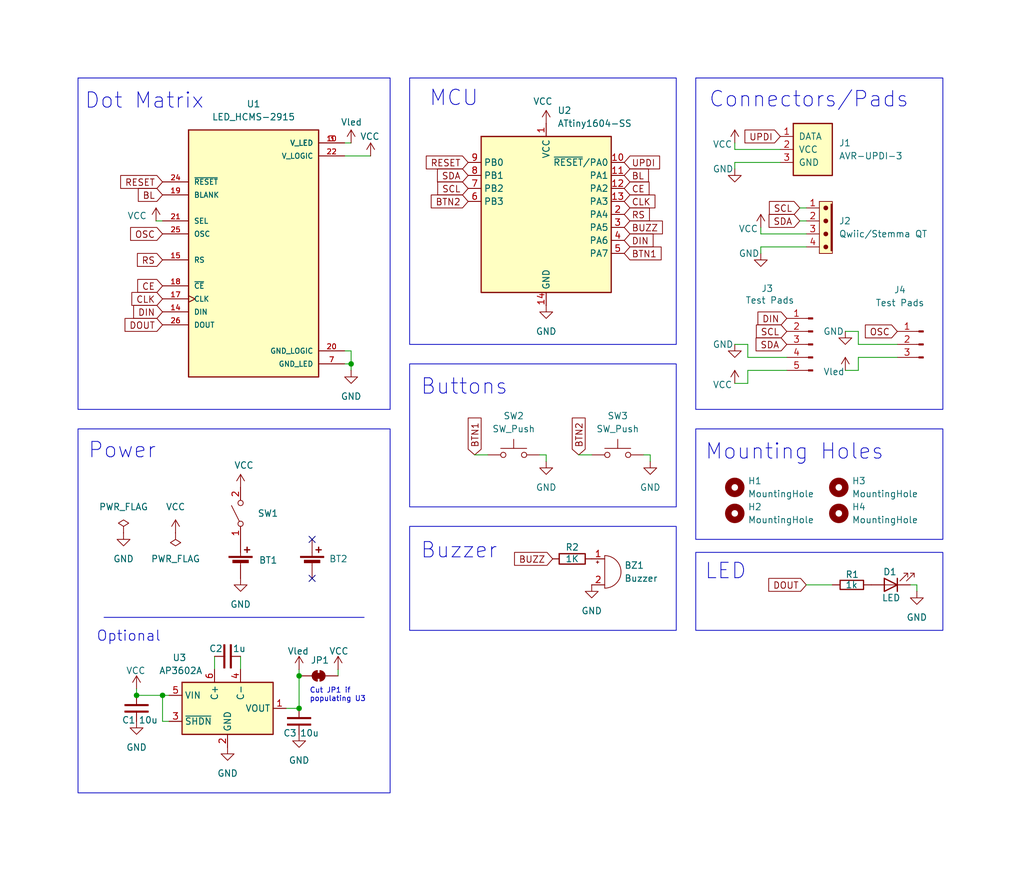
<source format=kicad_sch>
(kicad_sch (version 20231120) (generator "eeschema") (generator_version "8.0")
  (paper "User" 200 170)
  (title_block (title "Dot Matrix Badge"))
  (lib_symbols
    (symbol "Connector:Conn_01x03_Pin" (pin_names (offset 1.016) hide)
      (property "Reference" "J" (at 0 5.08 0))
      (property "Value" "Conn_01x03_Pin" (at 0 -5.08 0))
      (symbol "Conn_01x03_Pin_1_1"
        (polyline (pts (xy 1.27 -2.54) (xy 0.8636 -2.54)) (stroke (width 0.1524)))
        (polyline (pts (xy 1.27 0) (xy 0.8636 0)) (stroke (width 0.1524)))
        (polyline (pts (xy 1.27 2.54) (xy 0.8636 2.54)) (stroke (width 0.1524)))
        (rectangle (start 0.8636 -2.413) (end 0 -2.667) (stroke (width 0.1524)) (fill (type outline)))
        (rectangle (start 0.8636 0.127) (end 0 -0.127) (stroke (width 0.1524)) (fill (type outline)))
        (rectangle (start 0.8636 2.667) (end 0 2.413) (stroke (width 0.1524)) (fill (type outline)))
        (pin passive line (at 5.08 2.54 180) (length 3.81) (name "Pin_1") (number "1"))
        (pin passive line (at 5.08 0 180) (length 3.81) (name "Pin_2") (number "2"))
        (pin passive line (at 5.08 -2.54 180) (length 3.81) (name "Pin_3") (number "3"))
      )
    )
    (symbol "Connector:Conn_01x05_Pin" (pin_names (offset 1.016) hide)
      (property "Reference" "J" (at 0 7.62 0))
      (property "Value" "Conn_01x05_Pin" (at 0 -7.62 0))
      (symbol "Conn_01x05_Pin_1_1"
        (polyline (pts (xy 1.27 -5.08) (xy 0.8636 -5.08)) (stroke (width 0.1524)))
        (polyline (pts (xy 1.27 -2.54) (xy 0.8636 -2.54)) (stroke (width 0.1524)))
        (polyline (pts (xy 1.27 0) (xy 0.8636 0)) (stroke (width 0.1524)))
        (polyline (pts (xy 1.27 2.54) (xy 0.8636 2.54)) (stroke (width 0.1524)))
        (polyline (pts (xy 1.27 5.08) (xy 0.8636 5.08)) (stroke (width 0.1524)))
        (rectangle (start 0.8636 -4.953) (end 0 -5.207) (stroke (width 0.1524)) (fill (type outline)))
        (rectangle (start 0.8636 -2.413) (end 0 -2.667) (stroke (width 0.1524)) (fill (type outline)))
        (rectangle (start 0.8636 0.127) (end 0 -0.127) (stroke (width 0.1524)) (fill (type outline)))
        (rectangle (start 0.8636 2.667) (end 0 2.413) (stroke (width 0.1524)) (fill (type outline)))
        (rectangle (start 0.8636 5.207) (end 0 4.953) (stroke (width 0.1524)) (fill (type outline)))
        (pin passive line (at 5.08 5.08 180) (length 3.81) (name "Pin_1") (number "1"))
        (pin passive line (at 5.08 2.54 180) (length 3.81) (name "Pin_2") (number "2"))
        (pin passive line (at 5.08 0 180) (length 3.81) (name "Pin_3") (number "3"))
        (pin passive line (at 5.08 -2.54 180) (length 3.81) (name "Pin_4") (number "4"))
        (pin passive line (at 5.08 -5.08 180) (length 3.81) (name "Pin_5") (number "5"))
      )
    )
    (symbol "Device:Battery_Cell" (pin_numbers hide) (pin_names (offset 0) hide)
      (property "Reference" "BT" (at 2.54 2.54 0))
      (property "Value" "Battery_Cell" (at 2.54 0 0))
      (symbol "Battery_Cell_0_1"
        (rectangle (start -2.286 1.778) (end 2.286 1.524) (fill (type outline)))
        (rectangle (start -1.524 1.016) (end 1.524 0.508) (fill (type outline)))
        (polyline (pts (xy 0 0.762) (xy 0 0)))
        (polyline (pts (xy 0 1.778) (xy 0 2.54)))
        (polyline (pts (xy 0.762 3.048) (xy 1.778 3.048)) (stroke (width 0.254)))
        (polyline (pts (xy 1.27 3.556) (xy 1.27 2.54)) (stroke (width 0.254)))
      )
      (symbol "Battery_Cell_1_1"
        (pin passive line (at 0 5.08 270) (length 2.54) (name "+") (number "1"))
        (pin passive line (at 0 -2.54 90) (length 2.54) (name "-") (number "2"))
      )
    )
    (symbol "Device:Buzzer" (pin_names (offset 0.0254) hide)
      (property "Reference" "BZ" (at 3.81 1.27 0))
      (property "Value" "Buzzer" (at 3.81 -1.27 0))
      (symbol "Buzzer_0_1"
        (arc (start 0 -3.175) (mid 3.1612 0) (end 0 3.175))
        (polyline (pts (xy -1.651 1.905) (xy -1.143 1.905)))
        (polyline (pts (xy -1.397 2.159) (xy -1.397 1.651)))
        (polyline (pts (xy 0 3.175) (xy 0 -3.175)))
      )
      (symbol "Buzzer_1_1"
        (pin passive line (at -2.54 2.54 0) (length 2.54) (name "+") (number "1"))
        (pin passive line (at -2.54 -2.54 0) (length 2.54) (name "-") (number "2"))
      )
    )
    (symbol "Device:LED" (pin_numbers hide) (pin_names (offset 1.016) hide)
      (property "Reference" "D" (at 0 2.54 0))
      (property "Value" "LED" (at 0 -2.54 0))
      (symbol "LED_0_1"
        (polyline (pts (xy -1.27 -1.27) (xy -1.27 1.27)) (stroke (width 0.254)))
        (polyline (pts (xy -1.27 0) (xy 1.27 0)))
        (polyline (pts (xy 1.27 -1.27) (xy 1.27 1.27) (xy -1.27 0) (xy 1.27 -1.27)) (stroke (width 0.254)))
        (polyline (pts (xy -3.048 -0.762) (xy -4.572 -2.286) (xy -3.81 -2.286) (xy -4.572 -2.286) (xy -4.572 -1.524)))
        (polyline (pts (xy -1.778 -0.762) (xy -3.302 -2.286) (xy -2.54 -2.286) (xy -3.302 -2.286) (xy -3.302 -1.524)))
      )
      (symbol "LED_1_1"
        (pin passive line (at -3.81 0 0) (length 2.54) (name "K") (number "1"))
        (pin passive line (at 3.81 0 180) (length 2.54) (name "A") (number "2"))
      )
    )
    (symbol "Device:R" (pin_numbers hide) (pin_names (offset 0))
      (property "Reference" "R" (at 2.032 0 90))
      (property "Value" "R" (at 0 0 90))
      (symbol "R_0_1"
        (rectangle (start -1.016 -2.54) (end 1.016 2.54) (stroke (width 0.254)))
      )
      (symbol "R_1_1"
        (pin passive line (at 0 3.81 270) (length 1.27) (name "~") (number "1"))
        (pin passive line (at 0 -3.81 90) (length 1.27) (name "~") (number "2"))
      )
    )
    (symbol "Jumper:SolderJumper_2_Bridged" (pin_numbers hide) (pin_names (offset 0) hide) (exclude_from_sim yes) (in_bom no)
      (property "Reference" "JP" (at 0 2.032 0))
      (property "Value" "SolderJumper_2_Bridged" (at 0 -2.54 0))
      (symbol "SolderJumper_2_Bridged_0_1"
        (rectangle (start -0.508 0.508) (end 0.508 -0.508) (fill (type outline)))
        (arc (start -0.254 1.016) (mid -1.2656 0) (end -0.254 -1.016))
        (arc (start -0.254 1.016) (mid -1.2656 0) (end -0.254 -1.016) (fill (type outline)))
        (polyline (pts (xy -0.254 1.016) (xy -0.254 -1.016)))
        (polyline (pts (xy 0.254 1.016) (xy 0.254 -1.016)))
        (arc (start 0.254 -1.016) (mid 1.2656 0) (end 0.254 1.016))
        (arc (start 0.254 -1.016) (mid 1.2656 0) (end 0.254 1.016) (fill (type outline)))
      )
      (symbol "SolderJumper_2_Bridged_1_1"
        (pin passive line (at -3.81 0 0) (length 2.54) (name "A") (number "1"))
        (pin passive line (at 3.81 0 180) (length 2.54) (name "B") (number "2"))
      )
    )
    (symbol "MCU_Microchip_ATtiny:ATtiny1604-SS"
      (property "Reference" "U" (at -12.7 16.51 0))
      (property "Value" "ATtiny1604-SS" (at 2.54 -16.51 0))
      (symbol "ATtiny1604-SS_0_1"
        (rectangle (start -12.7 -15.24) (end 12.7 15.24) (stroke (width 0.254)) (fill (type background)))
      )
      (symbol "ATtiny1604-SS_1_1"
        (pin power_in line (at 0 17.78 270) (length 2.54) (name "VCC") (number "1"))
        (pin bidirectional line (at 15.24 10.16 180) (length 2.54) (name "~{RESET}/PA0") (number "10"))
        (pin bidirectional line (at 15.24 7.62 180) (length 2.54) (name "PA1") (number "11"))
        (pin bidirectional line (at 15.24 5.08 180) (length 2.54) (name "PA2") (number "12"))
        (pin bidirectional line (at 15.24 2.54 180) (length 2.54) (name "PA3") (number "13"))
        (pin power_in line (at 0 -17.78 90) (length 2.54) (name "GND") (number "14"))
        (pin bidirectional line (at 15.24 0 180) (length 2.54) (name "PA4") (number "2"))
        (pin bidirectional line (at 15.24 -2.54 180) (length 2.54) (name "PA5") (number "3"))
        (pin bidirectional line (at 15.24 -5.08 180) (length 2.54) (name "PA6") (number "4"))
        (pin bidirectional line (at 15.24 -7.62 180) (length 2.54) (name "PA7") (number "5"))
        (pin bidirectional line (at -15.24 2.54 0) (length 2.54) (name "PB3") (number "6"))
        (pin bidirectional line (at -15.24 5.08 0) (length 2.54) (name "PB2") (number "7"))
        (pin bidirectional line (at -15.24 7.62 0) (length 2.54) (name "PB1") (number "8"))
        (pin bidirectional line (at -15.24 10.16 0) (length 2.54) (name "PB0") (number "9"))
      )
    )
    (symbol "Mechanical:MountingHole" (pin_names (offset 1.016)) (exclude_from_sim yes) (in_bom no)
      (property "Reference" "H" (at 0 5.08 0))
      (property "Value" "MountingHole" (at 0 3.175 0))
      (symbol "MountingHole_0_1"
        (circle (center 0 0) (radius 1.27) (stroke (width 1.27)))
      )
    )
    (symbol "NONIK0:AP3602A"
      (property "Reference" "U" (at -7.62 6.35 0))
      (property "Value" "AP3602A" (at 4.318 6.604 0))
      (symbol "AP3602A_0_1"
        (rectangle (start -8.89 5.08) (end 8.89 -5.08) (stroke (width 0.254)) (fill (type background)))
      )
      (symbol "AP3602A_1_1"
        (pin power_out line (at 11.43 0 180) (length 2.54) (name "VOUT") (number "1"))
        (pin power_in line (at 0 -7.62 90) (length 2.54) (name "GND") (number "2"))
        (pin input line (at -11.43 -2.54 0) (length 2.54) (name "~{SHDN}") (number "3"))
        (pin passive line (at 2.54 7.62 270) (length 2.54) (name "C-") (number "4"))
        (pin power_in line (at -11.43 2.54 0) (length 2.54) (name "VIN") (number "5"))
        (pin passive line (at -2.54 7.62 270) (length 2.54) (name "C+") (number "6"))
      )
    )
    (symbol "NONIK0:AVR-UPDI-3" (pin_names (offset 1.016))
      (property "Reference" "J" (at 4.572 -3.302 0))
      (property "Value" "AVR-UPDI-3" (at -6.35 6.35 0))
      (symbol "AVR-UPDI-3_0_1"
        (rectangle (start -3.81 5.08) (end 3.81 -5.08) (stroke (width 0.254)) (fill (type background)))
      )
      (symbol "AVR-UPDI-3_1_1"
        (pin passive line (at -6.35 2.54 0) (length 2.54) (name "DATA") (number "1"))
        (pin passive line (at -6.35 0 0) (length 2.54) (name "VCC") (number "2"))
        (pin passive line (at -6.35 -2.54 0) (length 2.54) (name "GND") (number "3"))
      )
    )
    (symbol "NONIK0:Battery_Cell_Spare" (pin_numbers hide) (pin_names (offset 0) hide)
      (property "Reference" "BT2" (at 3.302 1.27 0))
      (symbol "Battery_Cell_Spare_0_1"
        (rectangle (start -2.286 1.778) (end 2.286 1.524) (fill (type outline)))
        (rectangle (start -1.524 1.016) (end 1.524 0.508) (fill (type outline)))
        (polyline (pts (xy 0 0.762) (xy 0 0)))
        (polyline (pts (xy 0 1.778) (xy 0 2.54)))
        (polyline (pts (xy 0.762 3.048) (xy 1.778 3.048)) (stroke (width 0.254)))
        (polyline (pts (xy 1.27 3.556) (xy 1.27 2.54)) (stroke (width 0.254)))
      )
      (symbol "Battery_Cell_Spare_1_1"
        (pin passive line (at 0 5.08 270) (length 2.54) (name "+") (number "1"))
        (pin passive line (at 0 -2.54 90) (length 2.54) (name "-") (number "2"))
      )
    )
    (symbol "NONIK0:HCMS-291X" (pin_names (offset 1.016))
      (property "Reference" "D" (at -12.7 24.13 0))
      (property "Value" "HCMS-291X" (at -12.7 -26.67 0))
      (symbol "HCMS-291X_0_0"
        (rectangle (start -12.7 -25.4) (end 12.7 22.86) (stroke (width 0.254)) (fill (type background)))
        (pin power_in line (at 17.78 20.32 180) (length 5.08) (name "V_LED") (number "10"))
        (pin input line (at -17.78 -12.7 0) (length 5.08) (name "DIN") (number "14"))
        (pin input line (at -17.78 -2.54 0) (length 5.08) (name "RS") (number "15"))
        (pin input clock (at -17.78 -10.16 0) (length 5.08) (name "CLK") (number "17"))
        (pin input line (at -17.78 -7.62 0) (length 5.08) (name "~{CE}") (number "18"))
        (pin input line (at -17.78 10.16 0) (length 5.08) (name "BLANK") (number "19"))
        (pin power_in line (at 17.78 -20.32 180) (length 5.08) (name "GND_LOGIC") (number "20"))
        (pin input line (at -17.78 5.08 0) (length 5.08) (name "SEL") (number "21"))
        (pin power_in line (at 17.78 17.78 180) (length 5.08) (name "V_LOGIC") (number "22"))
        (pin input line (at -17.78 12.7 0) (length 5.08) (name "~{RESET}") (number "24"))
        (pin input line (at -17.78 2.54 0) (length 5.08) (name "OSC") (number "25"))
        (pin output line (at -17.78 -15.24 0) (length 5.08) (name "DOUT") (number "26"))
        (pin power_in line (at 17.78 20.32 180) (length 5.08) (name "V_LED") (number "3"))
        (pin power_in line (at 17.78 -22.86 180) (length 5.08) (name "GND_LED") (number "7"))
      )
    )
    (symbol "NONIK0:JST_04_Fixed"
      (property "Reference" "J2" (at 2.54 1.2701 0))
      (property "Value" "Qwiic/Stemma QT" (at 2.54 -1.2699 0))
      (symbol "JST_04_Fixed_0_1"
        (rectangle (start -1.27 5.08) (end 1.27 -5.08) (fill (type background)))
        (circle (center 0 -3.81) (radius 0.381) (fill (type outline)))
        (circle (center 0 -1.27) (radius 0.381) (fill (type outline)))
        (circle (center 0 1.27) (radius 0.381) (fill (type outline)))
        (circle (center 0 3.81) (radius 0.381) (fill (type outline)))
        (rectangle (start 1.016 4.572) (end 1.27 -4.572) (fill (type outline)))
      )
      (symbol "JST_04_Fixed_1_1"
        (pin passive line (at -3.81 3.81 0) (length 2.54) (name "") (number "1"))
        (pin passive line (at -3.81 1.27 0) (length 2.54) (name "") (number "2"))
        (pin passive line (at -3.81 -1.27 0) (length 2.54) (name "") (number "3"))
        (pin passive line (at -3.81 -3.81 0) (length 2.54) (name "") (number "4"))
      )
    )
    (symbol "PCM_SL_Devices:Capacitor_NP"
      (property "Reference" "C" (at 0 6.35 0))
      (property "Value" "Capacitor_NP" (at 0 3.81 0))
      (symbol "Capacitor_NP_0_1"
        (rectangle (start -0.762 2.286) (end -0.508 -2.286) (fill (type outline)))
        (rectangle (start 0.508 2.286) (end 0.762 -2.286) (fill (type outline)))
      )
      (symbol "Capacitor_NP_1_1"
        (pin passive line (at -2.54 0 0) (length 2) (name "~") (number "1"))
        (pin input line (at 2.54 0 180) (length 2) (name "~") (number "2"))
      )
    )
    (symbol "PCM_SL_Resistors:Resistor"
      (property "Reference" "R" (at 0 5.08 0))
      (property "Value" "Resistor" (at 0 2.54 0))
      (symbol "Resistor_0_1"
        (rectangle (start -2.286 0.889) (end 2.286 -0.889) (stroke (width 0.24)))
      )
      (symbol "Resistor_1_1"
        (pin passive line (at -3.81 0 0) (length 1.5) (name "") (number "1"))
        (pin passive line (at 3.81 0 180) (length 1.5) (name "~") (number "2"))
      )
    )
    (symbol "Switch:SW_Push" (pin_numbers hide) (pin_names (offset 1.016) hide)
      (property "Reference" "SW" (at 1.27 2.54 0))
      (property "Value" "SW_Push" (at 0 -1.524 0))
      (symbol "SW_Push_0_1"
        (circle (center -2.032 0) (radius 0.508))
        (polyline (pts (xy 0 1.27) (xy 0 3.048)))
        (polyline (pts (xy 2.54 1.27) (xy -2.54 1.27)))
        (circle (center 2.032 0) (radius 0.508))
        (pin passive line (at -5.08 0 0) (length 2.54) (name "1") (number "1"))
        (pin passive line (at 5.08 0 180) (length 2.54) (name "2") (number "2"))
      )
    )
    (symbol "Switch:SW_SPST" (pin_names (offset 0) hide)
      (property "Reference" "SW" (at 0 3.175 0))
      (property "Value" "SW_SPST" (at 0 -2.54 0))
      (symbol "SW_SPST_0_0"
        (circle (center -2.032 0) (radius 0.508))
        (polyline (pts (xy -1.524 0.254) (xy 1.524 1.778)))
        (circle (center 2.032 0) (radius 0.508))
      )
      (symbol "SW_SPST_1_1"
        (pin passive line (at -5.08 0 0) (length 2.54) (name "A") (number "1"))
        (pin passive line (at 5.08 0 180) (length 2.54) (name "B") (number "2"))
      )
    )
    (symbol "power:+3V3" (power) (pin_numbers hide) (pin_names (offset 0) hide)
      (property "Value" "+3V3" (at 0 3.556 0))
      (symbol "+3V3_0_1"
        (polyline (pts (xy -0.762 1.27) (xy 0 2.54)))
        (polyline (pts (xy 0 0) (xy 0 2.54)))
        (polyline (pts (xy 0 2.54) (xy 0.762 1.27)))
      )
      (symbol "+3V3_1_1"
        (pin power_in line (at 0 0 90) (length 0) (name "~") (number "1"))
      )
    )
    (symbol "power:GND" (power) (pin_numbers hide) (pin_names (offset 0) hide)
      (property "Value" "GND" (at 0 -3.81 0))
      (symbol "GND_0_1"
        (polyline (pts (xy 0 0) (xy 0 -1.27) (xy 1.27 -1.27) (xy 0 -2.54) (xy -1.27 -1.27) (xy 0 -1.27)))
      )
      (symbol "GND_1_1"
        (pin power_in line (at 0 0 270) (length 0) (name "~") (number "1"))
      )
    )
    (symbol "power:PWR_FLAG" (power) (pin_numbers hide) (pin_names (offset 0) hide)
      (property "Value" "PWR_FLAG" (at 0 3.81 0))
      (symbol "PWR_FLAG_0_0"
        (pin power_out line (at 0 0 90) (length 0) (name "~") (number "1"))
      )
      (symbol "PWR_FLAG_0_1"
        (polyline (pts (xy 0 0) (xy 0 1.27) (xy -1.016 1.905) (xy 0 2.54) (xy 1.016 1.905) (xy 0 1.27)))
      )
    )
  )
  (junction (at 58.42 132.08))
  (junction (at 26.67 135.89))
  (junction (at 31.75 135.89))
  (junction (at 58.42 138.43))
  (junction (at 68.58 71.12))
  (no_connect (at 60.96 105.41))
  (no_connect (at 60.96 113.03))
  (wire (pts (xy 31.75 135.89) (xy 31.75 140.97)))
  (wire (pts (xy 106.68 88.9) (xy 105.41 88.9)))
  (wire (pts (xy 55.88 138.43) (xy 58.42 138.43)))
  (wire (pts (xy 157.48 48.26) (xy 148.59 48.26)))
  (wire (pts (xy 68.58 71.12) (xy 67.31 71.12)))
  (wire (pts (xy 26.67 135.89) (xy 31.75 135.89)))
  (wire (pts (xy 41.91 128.27) (xy 41.91 130.81)))
  (wire (pts (xy 31.75 135.89) (xy 33.02 135.89)))
  (wire (pts (xy 106.68 90.17) (xy 106.68 88.9)))
  (wire (pts (xy 143.51 29.21) (xy 152.4 29.21)))
  (wire (pts (xy 68.58 68.58) (xy 67.31 68.58)))
  (wire (pts (xy 30.48 43.18) (xy 31.75 43.18)))
  (wire (pts (xy 143.51 67.31) (xy 146.05 67.31)))
  (wire (pts (xy 175.26 69.85) (xy 167.64 69.85)))
  (wire (pts (xy 165.1 72.39) (xy 167.64 72.39)))
  (wire (pts (xy 167.64 69.85) (xy 167.64 72.39)))
  (wire (pts (xy 148.59 45.72) (xy 148.59 44.45)))
  (wire (pts (xy 66.04 132.08) (xy 66.04 130.81)))
  (wire (pts (xy 143.51 27.94) (xy 143.51 29.21)))
  (wire (pts (xy 127 88.9) (xy 127 90.17)))
  (wire (pts (xy 143.51 74.93) (xy 146.05 74.93)))
  (wire (pts (xy 152.4 31.75) (xy 143.51 31.75)))
  (wire (pts (xy 146.05 67.31) (xy 146.05 69.85)))
  (wire (pts (xy 157.48 45.72) (xy 148.59 45.72)))
  (wire (pts (xy 146.05 69.85) (xy 153.67 69.85)))
  (wire (pts (xy 92.71 88.9) (xy 95.25 88.9)))
  (polyline (pts (xy 20.32 120.65) (xy 71.12 120.65)))
  (wire (pts (xy 26.67 134.62) (xy 26.67 135.89)))
  (wire (pts (xy 157.48 114.3) (xy 162.56 114.3)))
  (wire (pts (xy 67.31 30.48) (xy 72.39 30.48)))
  (wire (pts (xy 113.03 88.9) (xy 115.57 88.9)))
  (wire (pts (xy 179.07 114.3) (xy 177.8 114.3)))
  (wire (pts (xy 68.58 27.94) (xy 67.31 27.94)))
  (wire (pts (xy 143.51 31.75) (xy 143.51 33.02)))
  (wire (pts (xy 179.07 115.57) (xy 179.07 114.3)))
  (wire (pts (xy 165.1 64.77) (xy 167.64 64.77)))
  (wire (pts (xy 68.58 72.39) (xy 68.58 71.12)))
  (wire (pts (xy 68.58 68.58) (xy 68.58 71.12)))
  (wire (pts (xy 156.21 43.18) (xy 157.48 43.18)))
  (wire (pts (xy 58.42 138.43) (xy 58.42 132.08)))
  (wire (pts (xy 31.75 140.97) (xy 33.02 140.97)))
  (wire (pts (xy 153.67 72.39) (xy 146.05 72.39)))
  (wire (pts (xy 167.64 67.31) (xy 175.26 67.31)))
  (wire (pts (xy 127 88.9) (xy 125.73 88.9)))
  (wire (pts (xy 146.05 72.39) (xy 146.05 74.93)))
  (wire (pts (xy 167.64 64.77) (xy 167.64 67.31)))
  (wire (pts (xy 46.99 128.27) (xy 46.99 130.81)))
  (wire (pts (xy 148.59 48.26) (xy 148.59 49.53)))
  (wire (pts (xy 58.42 130.81) (xy 58.42 132.08)))
  (wire (pts (xy 156.21 40.64) (xy 157.48 40.64)))
  (rectangle (start 80.01 71.12) (end 132.08 99.06))
  (rectangle (start 135.89 107.95) (end 184.15 123.19))
  (rectangle (start 80.01 15.24) (end 132.08 67.31))
  (rectangle (start 135.89 15.24) (end 184.15 80.01))
  (rectangle (start 15.24 83.82) (end 76.2 154.94))
  (rectangle (start 135.89 83.82) (end 184.15 105.41))
  (rectangle (start 15.24 15.24) (end 76.2 80.01))
  (rectangle (start 80.01 102.87) (end 132.08 123.19))
  (text "Cut JP1 if\npopulating U3" (at 60.452 135.89 0) (effects (font (size 1.016 1.016)) (justify left)))
  (text "Mounting Holes" (at 155.194 88.392 0) (effects (font (size 3 3))))
  (text "LED" (at 141.732 111.76 0) (effects (font (size 3 3))))
  (text "Optional" (at 18.796 124.46 0) (effects (font (size 2 2)) (justify left)))
  (text "MCU" (at 88.646 19.304 0) (effects (font (size 3 3))))
  (text "Buttons" (at 90.678 75.692 0) (effects (font (size 3 3))))
  (text "Dot Matrix\n" (at 28.194 19.812 0) (effects (font (size 3 3))))
  (text "Connectors/Pads" (at 157.988 19.558 0) (effects (font (size 3 3))))
  (text "Power" (at 23.876 88.138 0) (effects (font (size 3 3))))
  (text "Buzzer" (at 89.662 107.696 0) (effects (font (size 3 3))))
  (global_label "BL" (shape input) (at 31.75 38.1 180) (property "Intersheetrefs" "${INTERSHEET_REFS}" (effects (hide yes))))
  (global_label "CLK" (shape input) (at 31.75 58.42 180) (property "Intersheetrefs" "${INTERSHEET_REFS}" (effects (hide yes))))
  (global_label "BUZZ" (shape input) (at 107.95 109.22 180) (property "Intersheetrefs" "${INTERSHEET_REFS}" (effects (hide yes))))
  (global_label "SDA" (shape input) (at 156.21 43.18 180) (property "Intersheetrefs" "${INTERSHEET_REFS}" (effects (hide yes))))
  (global_label "DIN" (shape input) (at 121.92 46.99 0) (property "Intersheetrefs" "${INTERSHEET_REFS}" (effects (hide yes))))
  (global_label "DIN" (shape input) (at 31.75 60.96 180) (property "Intersheetrefs" "${INTERSHEET_REFS}" (effects (hide yes))))
  (global_label "CE" (shape input) (at 121.92 36.83 0) (property "Intersheetrefs" "${INTERSHEET_REFS}" (effects (hide yes))))
  (global_label "CE" (shape input) (at 31.75 55.88 180) (property "Intersheetrefs" "${INTERSHEET_REFS}" (effects (hide yes))))
  (global_label "DIN" (shape input) (at 153.67 62.23 180) (property "Intersheetrefs" "${INTERSHEET_REFS}" (effects (hide yes))))
  (global_label "SCL" (shape input) (at 91.44 36.83 180) (property "Intersheetrefs" "${INTERSHEET_REFS}" (effects (hide yes))))
  (global_label "RESET" (shape input) (at 91.44 31.75 180) (property "Intersheetrefs" "${INTERSHEET_REFS}" (effects (hide yes))))
  (global_label "RESET" (shape input) (at 31.75 35.56 180) (property "Intersheetrefs" "${INTERSHEET_REFS}" (effects (hide yes))))
  (global_label "BTN2" (shape input) (at 91.44 39.37 180) (property "Intersheetrefs" "${INTERSHEET_REFS}" (effects (hide yes))))
  (global_label "RS" (shape input) (at 31.75 50.8 180) (property "Intersheetrefs" "${INTERSHEET_REFS}" (effects (hide yes))))
  (global_label "BTN2" (shape input) (at 113.03 88.9 90) (property "Intersheetrefs" "${INTERSHEET_REFS}" (effects (hide yes))))
  (global_label "UPDI" (shape input) (at 121.92 31.75 0) (property "Intersheetrefs" "${INTERSHEET_REFS}" (effects (hide yes))))
  (global_label "DOUT" (shape input) (at 157.48 114.3 180) (property "Intersheetrefs" "${INTERSHEET_REFS}" (effects (hide yes))))
  (global_label "OSC" (shape input) (at 31.75 45.72 180) (property "Intersheetrefs" "${INTERSHEET_REFS}" (effects (hide yes))))
  (global_label "BTN1" (shape input) (at 92.71 88.9 90) (property "Intersheetrefs" "${INTERSHEET_REFS}" (effects (hide yes))))
  (global_label "BUZZ" (shape input) (at 121.92 44.45 0) (property "Intersheetrefs" "${INTERSHEET_REFS}" (effects (hide yes))))
  (global_label "CLK" (shape input) (at 121.92 39.37 0) (property "Intersheetrefs" "${INTERSHEET_REFS}" (effects (hide yes))))
  (global_label "RS" (shape input) (at 121.92 41.91 0) (property "Intersheetrefs" "${INTERSHEET_REFS}" (effects (hide yes))))
  (global_label "OSC" (shape input) (at 175.26 64.77 180) (property "Intersheetrefs" "${INTERSHEET_REFS}" (effects (hide yes))))
  (global_label "BTN1" (shape input) (at 121.92 49.53 0) (property "Intersheetrefs" "${INTERSHEET_REFS}" (effects (hide yes))))
  (global_label "BL" (shape input) (at 121.92 34.29 0) (property "Intersheetrefs" "${INTERSHEET_REFS}" (effects (hide yes))))
  (global_label "SCL" (shape input) (at 156.21 40.64 180) (property "Intersheetrefs" "${INTERSHEET_REFS}" (effects (hide yes))))
  (global_label "SCL" (shape input) (at 153.67 64.77 180) (property "Intersheetrefs" "${INTERSHEET_REFS}" (effects (hide yes))))
  (global_label "DOUT" (shape input) (at 31.75 63.5 180) (property "Intersheetrefs" "${INTERSHEET_REFS}" (effects (hide yes))))
  (global_label "SDA" (shape input) (at 91.44 34.29 180) (property "Intersheetrefs" "${INTERSHEET_REFS}" (effects (hide yes))))
  (global_label "UPDI" (shape input) (at 152.4 26.67 180) (property "Intersheetrefs" "${INTERSHEET_REFS}" (effects (hide yes))))
  (global_label "SDA" (shape input) (at 153.67 67.31 180) (property "Intersheetrefs" "${INTERSHEET_REFS}" (effects (hide yes))))
  (symbol (lib_id "Mechanical:MountingHole") (at 143.51 95.25 0) (unit 1) (exclude_from_sim yes) (in_bom no)
    (property "Reference" "H1" (at 146.05 93.9799 0) (effects (justify left)))
    (property "Value" "MountingHole" (at 146.05 96.5199 0) (effects (justify left)))
    (property "Footprint" "NONIK0:MountingHole_Custom" (effects (hide yes)))
    (property "Description" "Mounting Hole without connection" (effects (hide yes)))
  )
  (symbol (lib_id "power:+3V3") (at 165.1 72.39 0) (unit 1)
    (property "Reference" "#PWR028" (effects (hide yes)))
    (property "Value" "Vled" (at 160.782 72.644 0) (effects (justify left)))
    (property "Description" "Power symbol creates a global label with name \"+3V3\"" (effects (hide yes)))
  )
  (symbol (lib_id "Device:LED") (at 173.99 114.3 180) (unit 1)
    (property "Reference" "D1" (at 172.466 111.76 0) (effects (justify right)))
    (property "Value" "LED" (at 172.212 116.84 0) (effects (justify right)))
    (property "Footprint" "NONIK0:LED_0603_1608Metric" (effects (hide yes)))
    (property "Description" "Light emitting diode" (effects (hide yes)))
  )
  (symbol (lib_id "power:GND") (at 68.58 72.39 0) (unit 1)
    (property "Reference" "#PWR03" (effects (hide yes)))
    (property "Value" "GND" (at 68.58 77.47 0))
    (property "Description" "Power symbol creates a global label with name \"GND\" , ground" (effects (hide yes)))
  )
  (symbol (lib_id "NONIK0:JST_04_Fixed") (at 161.29 44.45 0) (unit 1)
    (property "Reference" "J2" (at 163.83 43.1799 0) (effects (justify left)))
    (property "Value" "Qwiic/Stemma QT" (at 163.83 45.7199 0) (effects (justify left)))
    (property "Footprint" "NONIK0:JST_SH_4P_No Silkscreen" (effects (hide yes)))
    (property "Description" "JST Connector  4 pins " (effects (hide yes)))
  )
  (symbol (lib_id "Switch:SW_SPST") (at 46.99 100.33 90) (unit 1)
    (property "Reference" "SW1" (at 50.292 100.33 90) (effects (justify right)))
    (property "Value" "SW_SPST" (effects (hide yes)))
    (property "Footprint" "NONIK0:SW_SPDT_PCM12" (effects (hide yes)))
    (property "Description" "Single Pole Single Throw (SPST) switch" (effects (hide yes)))
  )
  (symbol (lib_id "power:+3V3") (at 143.51 27.94 0) (unit 1)
    (property "Reference" "#PWR01" (effects (hide yes)))
    (property "Value" "VCC" (at 139.192 28.194 0) (effects (justify left)))
    (property "Description" "Power symbol creates a global label with name \"+3V3\"" (effects (hide yes)))
  )
  (symbol (lib_id "power:+3V3") (at 106.68 24.13 0) (mirror y) (unit 1)
    (property "Reference" "#PWR06" (effects (hide yes)))
    (property "Value" "VCC" (at 107.95 19.812 0) (effects (justify left)))
    (property "Description" "Power symbol creates a global label with name \"+3V3\"" (effects (hide yes)))
  )
  (symbol (lib_id "PCM_SL_Devices:Capacitor_NP") (at 44.45 128.27 0) (unit 1)
    (property "Reference" "C2" (at 42.164 126.746 0))
    (property "Value" "1u" (at 46.736 126.746 0))
    (property "Footprint" "NONIK0:C_0603_1608Metric" (effects (hide yes)))
    (property "Description" "Unpolarized Capacitor" (effects (hide yes)))
  )
  (symbol (lib_id "power:GND") (at 115.57 114.3 0) (unit 1)
    (property "Reference" "#PWR019" (effects (hide yes)))
    (property "Value" "GND" (at 115.57 119.38 0))
    (property "Description" "Power symbol creates a global label with name \"GND\" , ground" (effects (hide yes)))
  )
  (symbol (lib_id "Connector:Conn_01x05_Pin") (at 158.75 67.31 0) (mirror y) (unit 1)
    (property "Reference" "J3" (at 149.86 56.388 0))
    (property "Value" "Test Pads" (at 150.368 58.674 0))
    (property "Footprint" "NONIK0:Pads_1x5_1mm" (effects (hide yes)))
    (property "Description" "Generic connector, single row, 01x05, script generated" (effects (hide yes)))
  )
  (symbol (lib_id "power:+3V3") (at 58.42 130.81 0) (unit 1)
    (property "Reference" "#PWR027" (effects (hide yes)))
    (property "Value" "Vled" (at 56.134 127.254 0) (effects (justify left)))
    (property "Description" "Power symbol creates a global label with name \"+3V3\"" (effects (hide yes)))
  )
  (symbol (lib_id "power:+3V3") (at 26.67 134.62 0) (mirror y) (unit 1)
    (property "Reference" "#PWR024" (effects (hide yes)))
    (property "Value" "VCC" (at 28.448 131.064 0) (effects (justify left)))
    (property "Description" "Power symbol creates a global label with name \"+3V3\"" (effects (hide yes)))
  )
  (symbol (lib_id "PCM_SL_Devices:Capacitor_NP") (at 58.42 140.97 90) (unit 1)
    (property "Reference" "C3" (at 56.642 143.256 90))
    (property "Value" "10u" (at 60.452 143.256 90))
    (property "Footprint" "NONIK0:C_0603_1608Metric" (effects (hide yes)))
    (property "Description" "Unpolarized Capacitor" (effects (hide yes)))
  )
  (symbol (lib_id "power:GND") (at 58.42 143.51 0) (unit 1)
    (property "Reference" "#PWR026" (effects (hide yes)))
    (property "Value" "GND" (at 58.42 148.59 0))
    (property "Description" "Power symbol creates a global label with name \"GND\" , ground" (effects (hide yes)))
  )
  (symbol (lib_id "Mechanical:MountingHole") (at 163.83 100.33 0) (unit 1) (exclude_from_sim yes) (in_bom no)
    (property "Reference" "H4" (at 166.37 99.0599 0) (effects (justify left)))
    (property "Value" "MountingHole" (at 166.37 101.5999 0) (effects (justify left)))
    (property "Footprint" "NONIK0:MountingHole_Custom" (effects (hide yes)))
    (property "Description" "Mounting Hole without connection" (effects (hide yes)))
  )
  (symbol (lib_id "NONIK0:AP3602A") (at 44.45 138.43 0) (unit 1)
    (property "Reference" "U3" (at 35.052 128.524 0))
    (property "Value" "AP3602A" (at 35.306 131.064 0))
    (property "Footprint" "NONIK0:SOT-23-6" (effects (hide yes)))
    (property "Datasheet" "https://www.mouser.com/datasheet/2/115/DIOD_S_A0009645458_1-2512741.pdf" (effects (hide yes)))
    (property "Description" "100mA, 5V, Step-Up DC Regulator, SOT-23-6" (effects (hide yes)))
  )
  (symbol (lib_id "NONIK0:AVR-UPDI-3") (at 158.75 29.21 0) (unit 1)
    (property "Reference" "J1" (at 163.83 27.9399 0) (effects (justify left)))
    (property "Value" "AVR-UPDI-3" (at 163.83 30.4799 0) (effects (justify left)))
    (property "Footprint" "NONIK0:Pads_1x3_2.54mm" (effects (hide yes)))
    (property "Datasheet" "https://www.microchip.com/webdoc/GUID-9D10622A-5C16-4405-B092-1BDD437B4976/index.html?GUID-9B349315-2842-4189-B88C-49F4E1055D7F" (effects (hide yes)))
    (property "Description" "Atmel 3-pin UPDI connector" (effects (hide yes)))
  )
  (symbol (lib_id "NONIK0:HCMS-291X") (at 49.53 48.26 0) (unit 1)
    (property "Reference" "U1" (at 49.53 20.32 0))
    (property "Value" "LED_HCMS-2915" (at 49.53 22.86 0))
    (property "Footprint" "NONIK0:HCMS-291X" (effects (hide yes)))
    (property "MF" "Broadcom Limited" (effects (hide yes)))
    (property "MAXIMUM_PACKAGE_HEIGHT" "5.08mm" (effects (hide yes)))
    (property "Package" "None" (effects (hide yes)))
    (property "Price" "None" (effects (hide yes)))
    (property "Check_prices" "https://www.snapeda.com/parts/HCMS-2915/Broadcom/view-part/?ref=eda" (effects (hide yes)))
    (property "STANDARD" "Manufacturer Recommendations" (effects (hide yes)))
    (property "PARTREV" "N/A" (effects (hide yes)))
    (property "SnapEDA_Link" "https://www.snapeda.com/parts/HCMS-2915/Broadcom/view-part/?ref=snap" (effects (hide yes)))
    (property "MP" "HCMS-2915" (effects (hide yes)))
    (property "Description_1" "\n                        \n                            Dot Matrix Display Module 5 x 7 - Red - Serial 1.40 L x 0.40 W x 0.20 H (35.56mm x 10.16mm x 5.08mm)\n                        \n" (effects (hide yes)))
    (property "Availability" "In Stock" (effects (hide yes)))
    (property "MANUFACTURER" "AVAGO" (effects (hide yes)))
  )
  (symbol (lib_id "PCM_SL_Resistors:Resistor") (at 166.37 114.3 180) (unit 1)
    (property "Reference" "R1" (at 165.1 112.268 0) (effects (justify right)))
    (property "Value" "1k" (at 165.1 114.3 0) (effects (justify right)))
    (property "Footprint" "NONIK0:R_0603_1608Metric" (effects (hide yes)))
    (property "Description" "1/4W Resistor" (effects (hide yes)))
  )
  (symbol (lib_id "power:GND") (at 143.51 33.02 0) (unit 1)
    (property "Reference" "#PWR04" (effects (hide yes)))
    (property "Value" "GND" (at 141.224 33.02 0))
    (property "Description" "Power symbol creates a global label with name \"GND\" , ground" (effects (hide yes)))
  )
  (symbol (lib_id "power:GND") (at 165.1 64.77 0) (mirror y) (unit 1)
    (property "Reference" "#PWR020" (effects (hide yes)))
    (property "Value" "GND" (at 162.814 64.77 0))
    (property "Description" "Power symbol creates a global label with name \"GND\" , ground" (effects (hide yes)))
  )
  (symbol (lib_id "Device:Battery_Cell") (at 46.99 110.49 0) (unit 1)
    (property "Reference" "BT1" (at 50.546 109.474 0) (effects (justify left)))
    (property "Value" "Battery_Cell" (effects (hide yes)))
    (property "Footprint" "NONIK0:BatteryHolder_Keystone_3034_1x20mm" (effects (hide yes)))
    (property "Description" "Single-cell battery" (effects (hide yes)))
  )
  (symbol (lib_id "Device:R") (at 111.76 109.22 270) (unit 1)
    (property "Reference" "R2" (at 111.76 106.934 90))
    (property "Value" "1K" (at 111.76 109.22 90))
    (property "Footprint" "NONIK0:R_0603_1608Metric" (effects (hide yes)))
    (property "Description" "Resistor" (effects (hide yes)))
  )
  (symbol (lib_id "Switch:SW_Push") (at 120.65 88.9 0) (unit 1)
    (property "Reference" "SW3" (at 120.65 81.28 0))
    (property "Value" "SW_Push" (at 120.65 83.82 0))
    (property "Footprint" "NONIK0:SW_SPST_PTS526_JLeads" (effects (hide yes)))
    (property "Description" "Push button switch, generic, two pins" (effects (hide yes)))
  )
  (symbol (lib_id "power:+3V3") (at 34.29 104.14 0) (unit 1)
    (property "Reference" "#PWR011" (effects (hide yes)))
    (property "Value" "VCC" (at 34.29 99.06 0))
    (property "Description" "Power symbol creates a global label with name \"+3V3\"" (effects (hide yes)))
  )
  (symbol (lib_id "power:GND") (at 179.07 115.57 0) (mirror y) (unit 1)
    (property "Reference" "#PWR09" (effects (hide yes)))
    (property "Value" "GND" (at 179.07 120.65 0))
    (property "Description" "Power symbol creates a global label with name \"GND\" , ground" (effects (hide yes)))
  )
  (symbol (lib_id "NONIK0:Battery_Cell_Spare") (at 60.96 110.49 0) (unit 1)
    (property "Reference" "BT2" (at 64.262 109.22 0) (effects (justify left)))
    (property "Value" "Battery_Cell" (effects (hide yes)))
    (property "Footprint" "NONIK0:SpareBatteryHolder_Keystone_3034_1x20mm" (effects (hide yes)))
    (property "Description" "Single-cell battery" (effects (hide yes)))
  )
  (symbol (lib_id "power:GND") (at 106.68 90.17 0) (unit 1)
    (property "Reference" "#PWR014" (effects (hide yes)))
    (property "Value" "GND" (at 106.68 95.25 0))
    (property "Description" "Power symbol creates a global label with name \"GND\" , ground" (effects (hide yes)))
  )
  (symbol (lib_id "power:GND") (at 127 90.17 0) (unit 1)
    (property "Reference" "#PWR013" (effects (hide yes)))
    (property "Value" "GND" (at 127 95.25 0))
    (property "Description" "Power symbol creates a global label with name \"GND\" , ground" (effects (hide yes)))
  )
  (symbol (lib_id "Mechanical:MountingHole") (at 163.83 95.25 0) (unit 1) (exclude_from_sim yes) (in_bom no)
    (property "Reference" "H3" (at 166.37 93.9799 0) (effects (justify left)))
    (property "Value" "MountingHole" (at 166.37 96.5199 0) (effects (justify left)))
    (property "Footprint" "NONIK0:MountingHole_Custom" (effects (hide yes)))
    (property "Description" "Mounting Hole without connection" (effects (hide yes)))
  )
  (symbol (lib_id "Jumper:SolderJumper_2_Bridged") (at 62.23 132.08 0) (unit 1) (exclude_from_sim yes) (in_bom no)
    (property "Reference" "JP1" (at 62.484 129.032 0))
    (property "Value" "SolderJumper_2_Bridged" (effects (hide yes)))
    (property "Footprint" "NONIK0:SolderJumper-2_P1.3mm_Bridged_RoundedPad1.0x1.5mm" (effects (hide yes)))
    (property "Description" "Solder Jumper, 2-pole, closed/bridged" (effects (hide yes)))
  )
  (symbol (lib_id "Mechanical:MountingHole") (at 143.51 100.33 0) (unit 1) (exclude_from_sim yes) (in_bom no)
    (property "Reference" "H2" (at 146.05 99.0599 0) (effects (justify left)))
    (property "Value" "MountingHole" (at 146.05 101.5999 0) (effects (justify left)))
    (property "Footprint" "NONIK0:MountingHole_Custom" (effects (hide yes)))
    (property "Description" "Mounting Hole without connection" (effects (hide yes)))
  )
  (symbol (lib_id "power:GND") (at 143.51 67.31 0) (mirror y) (unit 1)
    (property "Reference" "#PWR015" (effects (hide yes)))
    (property "Value" "GND" (at 141.224 67.31 0))
    (property "Description" "Power symbol creates a global label with name \"GND\" , ground" (effects (hide yes)))
  )
  (symbol (lib_id "power:+3V3") (at 46.99 95.25 0) (unit 1)
    (property "Reference" "#PWR08" (effects (hide yes)))
    (property "Value" "VCC" (at 45.72 90.932 0) (effects (justify left)))
    (property "Description" "Power symbol creates a global label with name \"+3V3\"" (effects (hide yes)))
  )
  (symbol (lib_id "power:PWR_FLAG") (at 34.29 104.14 180) (unit 1)
    (property "Reference" "#FLG02" (effects (hide yes)))
    (property "Value" "PWR_FLAG" (at 34.29 109.22 0))
    (property "Description" "Special symbol for telling ERC where power comes from" (effects (hide yes)))
  )
  (symbol (lib_id "power:+3V3") (at 143.51 74.93 0) (unit 1)
    (property "Reference" "#PWR018" (effects (hide yes)))
    (property "Value" "VCC" (at 139.192 75.184 0) (effects (justify left)))
    (property "Description" "Power symbol creates a global label with name \"+3V3\"" (effects (hide yes)))
  )
  (symbol (lib_id "PCM_SL_Devices:Capacitor_NP") (at 26.67 138.43 90) (unit 1)
    (property "Reference" "C1" (at 25.146 140.716 90))
    (property "Value" "10u" (at 28.956 140.716 90))
    (property "Footprint" "NONIK0:C_0603_1608Metric" (effects (hide yes)))
    (property "Description" "Unpolarized Capacitor" (effects (hide yes)))
  )
  (symbol (lib_id "Device:Buzzer") (at 118.11 111.76 0) (unit 1)
    (property "Reference" "BZ1" (at 121.92 110.4899 0) (effects (justify left)))
    (property "Value" "Buzzer" (at 121.92 113.0299 0) (effects (justify left)))
    (property "Footprint" "NONIK0:CMT-322-65-SMT-TR" (effects (hide yes)))
    (property "Description" "Buzzer, polarized" (effects (hide yes)))
  )
  (symbol (lib_id "power:+3V3") (at 68.58 27.94 0) (unit 1)
    (property "Reference" "#PWR023" (effects (hide yes)))
    (property "Value" "Vled" (at 66.548 23.876 0) (effects (justify left)))
    (property "Description" "Power symbol creates a global label with name \"+3V3\"" (effects (hide yes)))
  )
  (symbol (lib_id "power:GND") (at 106.68 59.69 0) (unit 1)
    (property "Reference" "#PWR05" (effects (hide yes)))
    (property "Value" "GND" (at 106.68 64.77 0))
    (property "Description" "Power symbol creates a global label with name \"GND\" , ground" (effects (hide yes)))
  )
  (symbol (lib_id "power:GND") (at 148.59 49.53 0) (unit 1)
    (property "Reference" "#PWR017" (effects (hide yes)))
    (property "Value" "GND" (at 146.304 49.53 0))
    (property "Description" "Power symbol creates a global label with name \"GND\" , ground" (effects (hide yes)))
  )
  (symbol (lib_id "MCU_Microchip_ATtiny:ATtiny1604-SS") (at 106.68 41.91 0) (unit 1)
    (property "Reference" "U2" (at 108.8741 21.59 0) (effects (justify left)))
    (property "Value" "ATtiny1604-SS" (at 108.8741 24.13 0) (effects (justify left)))
    (property "Footprint" "NONIK0:SOIC-14_3.9x8.7mm_P1.27mm" (effects (hide yes)))
    (property "Datasheet" "http://ww1.microchip.com/downloads/en/DeviceDoc/ATtiny804_1604-Data-Sheet-40002028A.pdf" (effects (hide yes)))
    (property "Description" "20MHz, 16kB Flash, 1kB SRAM, 256B EEPROM, SOIC-14" (effects (hide yes)))
  )
  (symbol (lib_id "Connector:Conn_01x03_Pin") (at 180.34 67.31 0) (mirror y) (unit 1)
    (property "Reference" "J4" (at 175.768 56.642 0))
    (property "Value" "Test Pads" (at 175.768 59.182 0))
    (property "Footprint" "NONIK0:Pads_1x3_2.54mm" (effects (hide yes)))
    (property "Description" "Generic connector, single row, 01x03, script generated" (effects (hide yes)))
  )
  (symbol (lib_id "power:GND") (at 46.99 113.03 0) (unit 1)
    (property "Reference" "#PWR07" (effects (hide yes)))
    (property "Value" "GND" (at 46.99 118.11 0))
    (property "Description" "Power symbol creates a global label with name \"GND\" , ground" (effects (hide yes)))
  )
  (symbol (lib_id "power:GND") (at 44.45 146.05 0) (unit 1)
    (property "Reference" "#PWR021" (effects (hide yes)))
    (property "Value" "GND" (at 44.45 151.13 0))
    (property "Description" "Power symbol creates a global label with name \"GND\" , ground" (effects (hide yes)))
  )
  (symbol (lib_id "power:GND") (at 26.67 140.97 0) (unit 1)
    (property "Reference" "#PWR025" (effects (hide yes)))
    (property "Value" "GND" (at 26.67 146.05 0))
    (property "Description" "Power symbol creates a global label with name \"GND\" , ground" (effects (hide yes)))
  )
  (symbol (lib_id "power:+3V3") (at 148.59 44.45 0) (mirror y) (unit 1)
    (property "Reference" "#PWR016" (effects (hide yes)))
    (property "Value" "VCC" (at 148.082 44.704 0) (effects (justify left)))
    (property "Description" "Power symbol creates a global label with name \"+3V3\"" (effects (hide yes)))
  )
  (symbol (lib_id "power:+3V3") (at 66.04 130.81 0) (unit 1)
    (property "Reference" "#PWR022" (effects (hide yes)))
    (property "Value" "VCC" (at 64.262 127.254 0) (effects (justify left)))
    (property "Description" "Power symbol creates a global label with name \"+3V3\"" (effects (hide yes)))
  )
  (symbol (lib_id "Switch:SW_Push") (at 100.33 88.9 0) (unit 1)
    (property "Reference" "SW2" (at 100.33 81.28 0))
    (property "Value" "SW_Push" (at 100.33 83.82 0))
    (property "Footprint" "NONIK0:SW_SPST_PTS526_JLeads" (effects (hide yes)))
    (property "Description" "Push button switch, generic, two pins" (effects (hide yes)))
  )
  (symbol (lib_id "power:+3V3") (at 72.39 30.48 0) (mirror y) (unit 1)
    (property "Reference" "#PWR02" (effects (hide yes)))
    (property "Value" "VCC" (at 74.168 26.67 0) (effects (justify left)))
    (property "Description" "Power symbol creates a global label with name \"+3V3\"" (effects (hide yes)))
  )
  (symbol (lib_id "power:+3V3") (at 30.48 43.18 0) (mirror y) (unit 1)
    (property "Reference" "#PWR010" (effects (hide yes)))
    (property "Value" "VCC" (at 28.702 42.164 0) (effects (justify left)))
    (property "Description" "Power symbol creates a global label with name \"+3V3\"" (effects (hide yes)))
  )
  (symbol (lib_id "power:PWR_FLAG") (at 24.13 104.14 0) (unit 1)
    (property "Reference" "#FLG01" (effects (hide yes)))
    (property "Value" "PWR_FLAG" (at 24.13 99.06 0))
    (property "Description" "Special symbol for telling ERC where power comes from" (effects (hide yes)))
  )
  (symbol (lib_id "power:GND") (at 24.13 104.14 0) (unit 1)
    (property "Reference" "#PWR012" (effects (hide yes)))
    (property "Value" "GND" (at 24.13 109.22 0))
    (property "Description" "Power symbol creates a global label with name \"GND\" , ground" (effects (hide yes)))
  )
)
</source>
